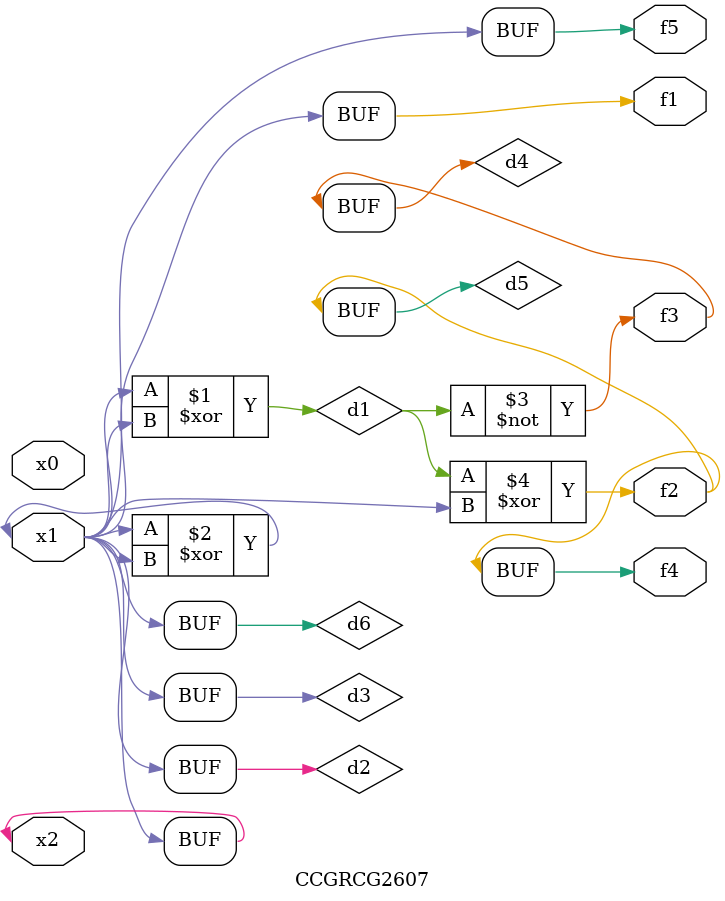
<source format=v>
module CCGRCG2607(
	input x0, x1, x2,
	output f1, f2, f3, f4, f5
);

	wire d1, d2, d3, d4, d5, d6;

	xor (d1, x1, x2);
	buf (d2, x1, x2);
	xor (d3, x1, x2);
	nor (d4, d1);
	xor (d5, d1, d2);
	buf (d6, d2, d3);
	assign f1 = d6;
	assign f2 = d5;
	assign f3 = d4;
	assign f4 = d5;
	assign f5 = d6;
endmodule

</source>
